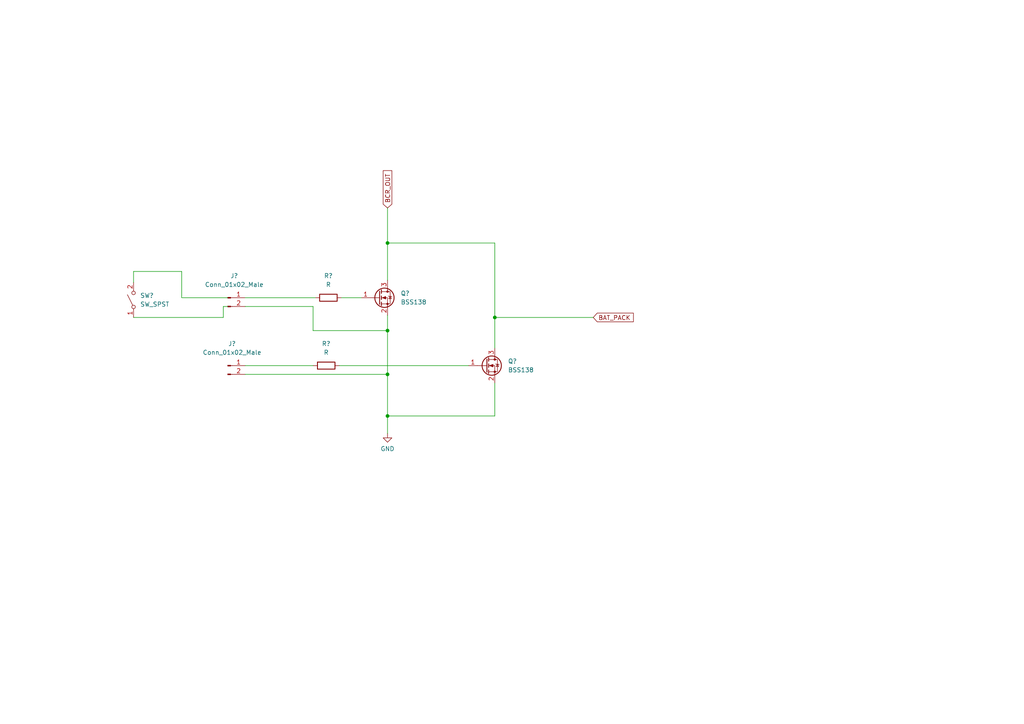
<source format=kicad_sch>
(kicad_sch (version 20211123) (generator eeschema)
  (paper "A4")
  (lib_symbols
    (symbol "Connector:Conn_01x02_Male" (pin_names (offset 1.016) hide)
      (property "Reference" "J" (at 0 2.54 0))
      (property "Value" "Conn_01x02_Male" (at 0 -5.08 0))
      (symbol "Conn_01x02_Male_1_1"
        (polyline (pts (xy 1.27 -2.54) (xy 0.8636 -2.54)) (stroke (width 0.1524)))
        (polyline (pts (xy 1.27 0) (xy 0.8636 0)) (stroke (width 0.1524)))
        (rectangle (start 0.8636 -2.413) (end 0 -2.667) (stroke (width 0.1524)) (fill (type outline)))
        (rectangle (start 0.8636 0.127) (end 0 -0.127) (stroke (width 0.1524)) (fill (type outline)))
        (pin passive line (at 5.08 0 180) (length 3.81) (name "Pin_1") (number "1"))
        (pin passive line (at 5.08 -2.54 180) (length 3.81) (name "Pin_2") (number "2"))
      )
    )
    (symbol "Device:R" (pin_numbers hide) (pin_names (offset 0))
      (property "Reference" "R" (at 2.032 0 90))
      (property "Value" "R" (at 0 0 90))
      (symbol "R_0_1"
        (rectangle (start -1.016 -2.54) (end 1.016 2.54) (stroke (width 0.254)))
      )
      (symbol "R_1_1"
        (pin passive line (at 0 3.81 270) (length 1.27) (name "~") (number "1"))
        (pin passive line (at 0 -3.81 90) (length 1.27) (name "~") (number "2"))
      )
    )
    (symbol "Switch:SW_SPST" (pin_names (offset 0) hide)
      (property "Reference" "SW" (at 0 3.175 0))
      (property "Value" "SW_SPST" (at 0 -2.54 0))
      (symbol "SW_SPST_0_0"
        (circle (center -2.032 0) (radius 0.508))
        (polyline (pts (xy -1.524 0.254) (xy 1.524 1.778)))
        (circle (center 2.032 0) (radius 0.508))
      )
      (symbol "SW_SPST_1_1"
        (pin passive line (at -5.08 0 0) (length 2.54) (name "A") (number "1"))
        (pin passive line (at 5.08 0 180) (length 2.54) (name "B") (number "2"))
      )
    )
    (symbol "Transistor_FET:BSS138" (pin_names hide)
      (property "Reference" "Q" (at 5.08 1.905 0))
      (property "Value" "BSS138" (at 5.08 0 0))
      (symbol "BSS138_0_1"
        (polyline (pts (xy 0.254 0) (xy -2.54 0)))
        (polyline (pts (xy 0.254 1.905) (xy 0.254 -1.905)) (stroke (width 0.254)))
        (polyline (pts (xy 0.762 -1.27) (xy 0.762 -2.286)) (stroke (width 0.254)))
        (polyline (pts (xy 0.762 0.508) (xy 0.762 -0.508)) (stroke (width 0.254)))
        (polyline (pts (xy 0.762 2.286) (xy 0.762 1.27)) (stroke (width 0.254)))
        (polyline (pts (xy 2.54 2.54) (xy 2.54 1.778)))
        (polyline (pts (xy 2.54 -2.54) (xy 2.54 0) (xy 0.762 0)))
        (polyline (pts (xy 0.762 -1.778) (xy 3.302 -1.778) (xy 3.302 1.778) (xy 0.762 1.778)))
        (polyline (pts (xy 1.016 0) (xy 2.032 0.381) (xy 2.032 -0.381) (xy 1.016 0)) (fill (type outline)))
        (polyline (pts (xy 2.794 0.508) (xy 2.921 0.381) (xy 3.683 0.381) (xy 3.81 0.254)))
        (polyline (pts (xy 3.302 0.381) (xy 2.921 -0.254) (xy 3.683 -0.254) (xy 3.302 0.381)))
        (circle (center 1.651 0) (radius 2.794) (stroke (width 0.254)))
        (circle (center 2.54 -1.778) (radius 0.254) (fill (type outline)))
        (circle (center 2.54 1.778) (radius 0.254) (fill (type outline)))
      )
      (symbol "BSS138_1_1"
        (pin input line (at -5.08 0 0) (length 2.54) (name "G") (number "1"))
        (pin passive line (at 2.54 -5.08 90) (length 2.54) (name "S") (number "2"))
        (pin passive line (at 2.54 5.08 270) (length 2.54) (name "D") (number "3"))
      )
    )
    (symbol "power:GND" (power) (pin_names (offset 0))
      (property "Value" "GND" (at 0 -3.81 0))
      (symbol "GND_0_1"
        (polyline (pts (xy 0 0) (xy 0 -1.27) (xy 1.27 -1.27) (xy 0 -2.54) (xy -1.27 -1.27) (xy 0 -1.27)))
      )
      (symbol "GND_1_1"
        (pin power_in line (at 0 0 270) (length 0) hide (name "GND") (number "1"))
      )
    )
  )
  (junction (at 112.395 70.485))
  (junction (at 112.395 108.585))
  (junction (at 112.395 95.885))
  (junction (at 143.51 92.075))
  (junction (at 112.395 120.65))
  (wire (pts (xy 135.89 106.045) (xy 98.425 106.045)))
  (wire (pts (xy 52.705 86.36) (xy 52.705 78.74)))
  (wire (pts (xy 112.395 108.585) (xy 112.395 120.65)))
  (wire (pts (xy 66.04 86.36) (xy 52.705 86.36)))
  (wire (pts (xy 90.805 106.045) (xy 71.12 106.045)))
  (wire (pts (xy 71.12 88.9) (xy 90.805 88.9)))
  (wire (pts (xy 112.395 91.44) (xy 112.395 95.885)))
  (wire (pts (xy 64.77 88.9) (xy 66.04 88.9)))
  (wire (pts (xy 64.77 92.075) (xy 64.77 88.9)))
  (wire (pts (xy 112.395 70.485) (xy 143.51 70.485)))
  (wire (pts (xy 104.775 86.36) (xy 99.06 86.36)))
  (wire (pts (xy 143.51 92.075) (xy 172.085 92.075)))
  (wire (pts (xy 112.395 120.65) (xy 112.395 125.73)))
  (wire (pts (xy 143.51 70.485) (xy 143.51 92.075)))
  (wire (pts (xy 112.395 60.325) (xy 112.395 70.485)))
  (wire (pts (xy 143.51 92.075) (xy 143.51 100.965)))
  (wire (pts (xy 52.705 78.74) (xy 38.735 78.74)))
  (wire (pts (xy 90.805 95.885) (xy 112.395 95.885)))
  (wire (pts (xy 112.395 70.485) (xy 112.395 81.28)))
  (wire (pts (xy 90.805 88.9) (xy 90.805 95.885)))
  (wire (pts (xy 112.395 120.65) (xy 143.51 120.65)))
  (wire (pts (xy 38.735 78.74) (xy 38.735 81.915)))
  (wire (pts (xy 143.51 111.125) (xy 143.51 120.65)))
  (wire (pts (xy 38.735 92.075) (xy 64.77 92.075)))
  (wire (pts (xy 112.395 95.885) (xy 112.395 108.585)))
  (wire (pts (xy 91.44 86.36) (xy 71.12 86.36)))
  (wire (pts (xy 71.12 108.585) (xy 112.395 108.585)))
  (global_label "BAT_PACK" (shape input) (at 172.085 92.075 0) (property "Intersheet References" "${INTERSHEET_REFS}" (effects hide)))
  (global_label "BCR_OUT" (shape input) (at 112.395 60.325 90) (property "Intersheet References" "${INTERSHEET_REFS}" (effects hide)))
  (symbol (lib_id "Connector:Conn_01x02_Male") (at 66.04 106.045 0) (unit 1)
    (property "Reference" "J?" (at 67.31 99.695 0))
    (property "Value" "Conn_01x02_Male" (at 67.31 102.235 0))
  )
  (symbol (lib_id "Device:R") (at 94.615 106.045 90) (unit 1)
    (property "Reference" "R?" (at 94.615 99.695 90))
    (property "Value" "R" (at 94.615 102.235 90))
  )
  (symbol (lib_id "Device:R") (at 95.25 86.36 90) (unit 1)
    (property "Reference" "R?" (at 95.25 80.01 90))
    (property "Value" "R" (at 95.25 82.55 90))
  )
  (symbol (lib_id "Switch:SW_SPST") (at 38.735 86.995 90) (unit 1)
    (property "Reference" "SW?" (at 40.64 85.7249 90) (effects (justify right)))
    (property "Value" "SW_SPST" (at 40.64 88.2649 90) (effects (justify right)))
  )
  (symbol (lib_id "Transistor_FET:BSS138") (at 109.855 86.36 0) (unit 1)
    (property "Reference" "Q?" (at 116.205 85.0899 0) (effects (justify left)))
    (property "Value" "BSS138" (at 116.205 87.6299 0) (effects (justify left)))
    (property "Footprint" "Package_TO_SOT_SMD:SOT-23" (effects hide))
    (property "Datasheet" "https://www.onsemi.com/pub/Collateral/BSS138-D.PDF" (effects hide))
  )
  (symbol (lib_id "Connector:Conn_01x02_Male") (at 66.04 86.36 0) (unit 1)
    (property "Reference" "J?" (at 67.945 80.01 0))
    (property "Value" "Conn_01x02_Male" (at 67.945 82.55 0))
  )
  (symbol (lib_id "power:GND") (at 112.395 125.73 0) (unit 1)
    (property "Reference" "#PWR?" (effects hide))
    (property "Value" "GND" (at 112.395 130.175 0))
  )
  (symbol (lib_id "Transistor_FET:BSS138") (at 140.97 106.045 0) (unit 1)
    (property "Reference" "Q?" (at 147.32 104.7749 0) (effects (justify left)))
    (property "Value" "BSS138" (at 147.32 107.3149 0) (effects (justify left)))
    (property "Footprint" "Package_TO_SOT_SMD:SOT-23" (effects hide))
    (property "Datasheet" "https://www.onsemi.com/pub/Collateral/BSS138-D.PDF" (effects hide))
  )
)
</source>
